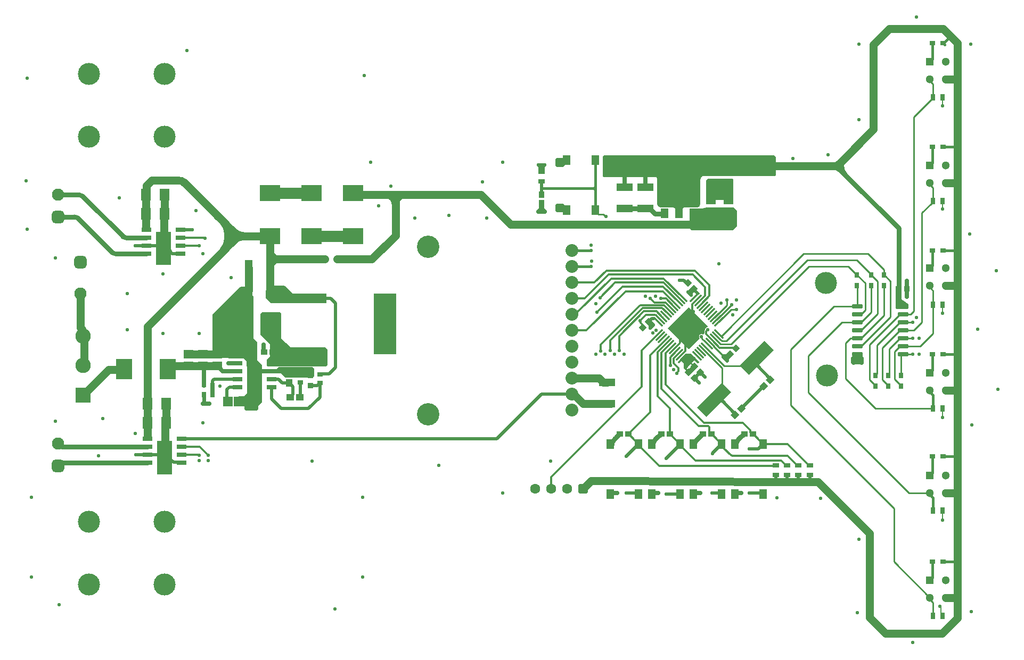
<source format=gtl>
%TF.GenerationSoftware,Altium Limited,DefaultClient, ()*%
G04 Layer_Physical_Order=1*
G04 Layer_Color=255*
%FSLAX45Y45*%
%MOMM*%
%TF.SameCoordinates,AE975085-364B-4CEB-9B6D-173D2EE7C3AA*%
%TF.FilePolarity,Positive*%
%TF.FileFunction,Copper,L1,Top,Signal*%
%TF.Part,Single*%
G01*
G75*
%TA.AperFunction,Conductor*%
%ADD10C,0.30480*%
%ADD11C,1.27000*%
%ADD12C,0.76200*%
%ADD13C,0.25400*%
%TA.AperFunction,SMDPad,CuDef*%
G04:AMPARAMS|DCode=14|XSize=0.3mm|YSize=2.1mm|CornerRadius=0mm|HoleSize=0mm|Usage=FLASHONLY|Rotation=225.000|XOffset=0mm|YOffset=0mm|HoleType=Round|Shape=Round|*
%AMOVALD14*
21,1,1.80000,0.30000,0.00000,0.00000,315.0*
1,1,0.30000,-0.63640,0.63640*
1,1,0.30000,0.63640,-0.63640*
%
%ADD14OVALD14*%

G04:AMPARAMS|DCode=15|XSize=0.3mm|YSize=2.1mm|CornerRadius=0mm|HoleSize=0mm|Usage=FLASHONLY|Rotation=135.000|XOffset=0mm|YOffset=0mm|HoleType=Round|Shape=Round|*
%AMOVALD15*
21,1,1.80000,0.30000,0.00000,0.00000,225.0*
1,1,0.30000,0.63640,0.63640*
1,1,0.30000,-0.63640,-0.63640*
%
%ADD15OVALD15*%

%ADD16R,1.52500X0.65000*%
%ADD17R,2.39000X3.20000*%
%ADD18R,1.00000X0.80000*%
G04:AMPARAMS|DCode=19|XSize=0.6mm|YSize=1.65mm|CornerRadius=0.051mm|HoleSize=0mm|Usage=FLASHONLY|Rotation=90.000|XOffset=0mm|YOffset=0mm|HoleType=Round|Shape=RoundedRectangle|*
%AMROUNDEDRECTD19*
21,1,0.60000,1.54800,0,0,90.0*
21,1,0.49800,1.65000,0,0,90.0*
1,1,0.10200,0.77400,0.24900*
1,1,0.10200,0.77400,-0.24900*
1,1,0.10200,-0.77400,-0.24900*
1,1,0.10200,-0.77400,0.24900*
%
%ADD19ROUNDEDRECTD19*%
%ADD20R,1.20000X1.50000*%
%ADD21R,3.30000X1.50000*%
%ADD22R,2.50000X3.30000*%
%ADD23R,0.90000X0.80000*%
%ADD24R,0.65872X0.81213*%
%ADD25R,0.80000X0.90000*%
%ADD26R,0.65872X0.78740*%
%ADD27R,0.81213X0.65872*%
%ADD28R,1.30000X1.55000*%
%ADD29R,1.50822X1.40574*%
%ADD30R,1.05814X0.91213*%
%ADD31R,1.25814X1.01213*%
%ADD32R,1.57807X1.55620*%
G04:AMPARAMS|DCode=33|XSize=1.0065mm|YSize=0.95822mm|CornerRadius=0mm|HoleSize=0mm|Usage=FLASHONLY|Rotation=45.000|XOffset=0mm|YOffset=0mm|HoleType=Round|Shape=Rectangle|*
%AMROTATEDRECTD33*
4,1,4,-0.01707,-0.69463,-0.69463,-0.01707,0.01707,0.69463,0.69463,0.01707,-0.01707,-0.69463,0.0*
%
%ADD33ROTATEDRECTD33*%

%ADD34R,0.91213X0.85872*%
G04:AMPARAMS|DCode=35|XSize=5.6mm|YSize=2.1mm|CornerRadius=0mm|HoleSize=0mm|Usage=FLASHONLY|Rotation=225.000|XOffset=0mm|YOffset=0mm|HoleType=Round|Shape=Rectangle|*
%AMROTATEDRECTD35*
4,1,4,1.23744,2.72236,2.72236,1.23744,-1.23744,-2.72236,-2.72236,-1.23744,1.23744,2.72236,0.0*
%
%ADD35ROTATEDRECTD35*%

%ADD36R,2.50000X1.25000*%
%ADD37R,3.20000X1.60000*%
%ADD38R,1.55443X1.90620*%
%ADD39R,0.85000X0.90000*%
%ADD40R,1.25000X2.50000*%
%ADD41R,1.01213X1.25814*%
G04:AMPARAMS|DCode=42|XSize=0.9mm|YSize=0.85mm|CornerRadius=0mm|HoleSize=0mm|Usage=FLASHONLY|Rotation=135.000|XOffset=0mm|YOffset=0mm|HoleType=Round|Shape=Rectangle|*
%AMROTATEDRECTD42*
4,1,4,0.61872,-0.01768,0.01768,-0.61872,-0.61872,0.01768,-0.01768,0.61872,0.61872,-0.01768,0.0*
%
%ADD42ROTATEDRECTD42*%

G04:AMPARAMS|DCode=43|XSize=0.9mm|YSize=0.85mm|CornerRadius=0mm|HoleSize=0mm|Usage=FLASHONLY|Rotation=45.000|XOffset=0mm|YOffset=0mm|HoleType=Round|Shape=Rectangle|*
%AMROTATEDRECTD43*
4,1,4,-0.01768,-0.61872,-0.61872,-0.01768,0.01768,0.61872,0.61872,0.01768,-0.01768,-0.61872,0.0*
%
%ADD43ROTATEDRECTD43*%

%ADD44R,0.91213X1.05814*%
%ADD45R,3.30000X2.50000*%
%ADD46R,0.80000X1.00000*%
%TA.AperFunction,Conductor*%
%ADD47C,0.63500*%
%ADD48C,0.60960*%
%ADD49C,0.50800*%
%ADD50C,0.38100*%
%ADD51C,0.20000*%
%ADD52C,0.15000*%
%ADD53C,1.77800*%
%ADD54C,0.70000*%
%ADD55C,0.66040*%
%ADD56C,1.01600*%
%ADD57C,1.52400*%
%ADD58R,3.55600X9.65200*%
%TA.AperFunction,ComponentPad*%
%ADD59C,3.55600*%
%ADD60C,2.03200*%
%ADD61C,2.45000*%
%ADD62R,2.45000X2.45000*%
%ADD63R,1.30000X1.30000*%
%ADD64C,1.30000*%
G04:AMPARAMS|DCode=65|XSize=1.95mm|YSize=1.95mm|CornerRadius=0.4875mm|HoleSize=0mm|Usage=FLASHONLY|Rotation=90.000|XOffset=0mm|YOffset=0mm|HoleType=Round|Shape=RoundedRectangle|*
%AMROUNDEDRECTD65*
21,1,1.95000,0.97500,0,0,90.0*
21,1,0.97500,1.95000,0,0,90.0*
1,1,0.97500,0.48750,0.48750*
1,1,0.97500,0.48750,-0.48750*
1,1,0.97500,-0.48750,-0.48750*
1,1,0.97500,-0.48750,0.48750*
%
%ADD65ROUNDEDRECTD65*%
%ADD66C,1.95000*%
%ADD67C,1.60000*%
G04:AMPARAMS|DCode=68|XSize=1.6mm|YSize=1.6mm|CornerRadius=0.4mm|HoleSize=0mm|Usage=FLASHONLY|Rotation=180.000|XOffset=0mm|YOffset=0mm|HoleType=Round|Shape=RoundedRectangle|*
%AMROUNDEDRECTD68*
21,1,1.60000,0.80000,0,0,180.0*
21,1,0.80000,1.60000,0,0,180.0*
1,1,0.80000,-0.40000,0.40000*
1,1,0.80000,0.40000,0.40000*
1,1,0.80000,0.40000,-0.40000*
1,1,0.80000,-0.40000,-0.40000*
%
%ADD68ROUNDEDRECTD68*%
%TA.AperFunction,ViaPad*%
%ADD69C,3.50000*%
%ADD70C,0.55880*%
G36*
X2045383Y2028111D02*
X2045000Y1825000D01*
X1806400Y1825400D01*
Y2037100D01*
X2036411D01*
X2045383Y2028111D01*
D02*
G37*
G36*
X3479800Y2969260D02*
X3416300Y2905760D01*
X3109936D01*
X3109006Y2906690D01*
Y3062310D01*
X3187910D01*
X3241040Y3115440D01*
Y3266440D01*
X3251200Y3276600D01*
X3479800D01*
Y2969260D01*
D02*
G37*
G36*
X3918768Y3529554D02*
X4280946D01*
X4305300Y3505200D01*
Y3390900D01*
X4279900Y3365500D01*
X3850640D01*
X3782060Y3434080D01*
X3472180D01*
Y3500120D01*
X3708400D01*
X3737834Y3529554D01*
X3900693D01*
X3902152Y3530158D01*
X3917309D01*
X3918768Y3529554D01*
D02*
G37*
G36*
X2032724Y5358326D02*
X2032341Y5155215D01*
X1793741Y5155615D01*
Y5367315D01*
X2023753D01*
X2032724Y5358326D01*
D02*
G37*
G36*
X3970020Y4589780D02*
X4178300D01*
X4206240Y4561840D01*
Y4543300D01*
X3620540D01*
X3541580Y4622260D01*
Y4747260D01*
X3812540D01*
X3970020Y4589780D01*
D02*
G37*
G36*
X3784564Y4388300D02*
X3784600Y4387828D01*
Y3983849D01*
X3937318Y3848100D01*
X4486400D01*
X4521200Y3813300D01*
Y3568700D01*
X4495800Y3543300D01*
X3918768D01*
X3917309Y3543904D01*
X3902152D01*
X3900693Y3543300D01*
X3568700D01*
X3556000Y3556000D01*
Y3648600D01*
X3606800Y3695700D01*
Y3898900D01*
X3454400Y4051300D01*
Y4381500D01*
X3479800Y4406900D01*
X3759200D01*
X3784564Y4388300D01*
D02*
G37*
G36*
X3294381Y4701539D02*
X3340099Y4655821D01*
X3340100Y3987800D01*
X3403600Y3924300D01*
Y3644900D01*
X3479800Y3568700D01*
Y3543300D01*
X3238500D01*
X3229500Y3552300D01*
Y3628500D01*
X3175000Y3683000D01*
X2806700D01*
X2692400Y3797300D01*
Y4368800D01*
X3025140Y4701540D01*
X3294381Y4701539D01*
D02*
G37*
G36*
X8914664Y6898750D02*
X8967677Y6898637D01*
Y6898637D01*
X11617954D01*
X11630771Y6893328D01*
X11640581Y6883518D01*
X11645891Y6870700D01*
Y6863763D01*
Y6592542D01*
X11645890Y6592542D01*
X11645891Y6587747D01*
X11642221Y6578887D01*
X11635440Y6572106D01*
X11626581Y6568437D01*
X11621786Y6568437D01*
X10501037D01*
X10491126Y6567461D01*
X10472814Y6559876D01*
X10458798Y6545860D01*
X10451213Y6527548D01*
X10450237Y6517637D01*
Y6136637D01*
Y6124006D01*
X10440569Y6100667D01*
X10422707Y6082804D01*
X10399368Y6073137D01*
X10386737D01*
X10221637Y6073136D01*
X10221636Y6073136D01*
X10214727Y6074118D01*
X10200840Y6073128D01*
X10187782Y6068298D01*
X10176594Y6060013D01*
X10168165Y6048931D01*
X10163167Y6035937D01*
X10161999Y6022064D01*
X10164752Y6008416D01*
X10167543Y6002020D01*
X10167543Y5989837D01*
X10168137Y5989243D01*
Y5904200D01*
X10050780Y5904199D01*
X10050779Y6002019D01*
X10053514Y6008399D01*
X10056106Y6021998D01*
X10054719Y6035774D01*
X10049468Y6048584D01*
X10040786Y6059368D01*
X10029393Y6067235D01*
X10016232Y6071533D01*
X10002393Y6071905D01*
X9995577Y6070597D01*
X9833017Y6070597D01*
X9833017D01*
X9825762Y6070597D01*
X9811531Y6073427D01*
X9798125Y6078979D01*
X9786060Y6087040D01*
X9775800Y6097300D01*
X9767739Y6109365D01*
X9762186Y6122771D01*
X9759356Y6137002D01*
X9759357Y6144257D01*
Y6535417D01*
X9758917Y6539877D01*
X9755504Y6548117D01*
X9749197Y6554425D01*
X9740957Y6557838D01*
X9736497Y6558277D01*
X9017623D01*
Y6558156D01*
X8916081D01*
X8912511Y6558154D01*
X8905915Y6560885D01*
X8900866Y6565934D01*
X8898135Y6572530D01*
X8898137Y6576100D01*
Y6882223D01*
X8902276Y6893209D01*
X8905302Y6896235D01*
X8911376Y6898751D01*
X8914664Y6898750D01*
D02*
G37*
G36*
X10965998Y6522310D02*
X10971450Y6516858D01*
X10974400Y6509735D01*
Y6505880D01*
Y6188624D01*
X10543540D01*
Y6502400D01*
Y6506947D01*
X10547020Y6515349D01*
X10553451Y6521780D01*
X10561853Y6525260D01*
X10958875D01*
X10965998Y6522310D01*
D02*
G37*
G36*
X11031220Y6016843D02*
Y5773419D01*
X10965180Y5707380D01*
X10312399D01*
X10280000Y5739780D01*
X10280000Y6054200D01*
X10483811D01*
X10544178Y6072931D01*
X10975131D01*
X11031220Y6016843D01*
D02*
G37*
G36*
X13642340Y4819840D02*
Y4617720D01*
X13754601Y4533400D01*
Y4468788D01*
X13740971Y4455160D01*
X13571217Y4455160D01*
X13557700Y4468680D01*
Y4820200D01*
X13642191D01*
X13642340Y4819840D01*
D02*
G37*
G36*
X10567671Y4180840D02*
X10562457Y4168140D01*
X10558316D01*
X10543379Y4161953D01*
X10531947Y4150521D01*
X10525760Y4135584D01*
Y4127147D01*
X10520856Y4122244D01*
X10514681Y4113002D01*
X10512512Y4102100D01*
X10512513Y4102099D01*
Y4070503D01*
X10500492Y4058023D01*
X10490361Y4050193D01*
X10475424Y4056380D01*
X10459256D01*
X10444319Y4050193D01*
X10432887Y4038761D01*
X10426700Y4023824D01*
Y4007656D01*
X10432887Y3992719D01*
X10435284Y3990322D01*
X10267951Y3816593D01*
X10255250Y3816594D01*
X9931400Y4152900D01*
X10261600Y4483100D01*
X10567671Y4180840D01*
D02*
G37*
G36*
X10884730Y3721825D02*
X10845905Y3683000D01*
X10808047Y3720858D01*
X10812507Y3733558D01*
X10879869D01*
X10884730Y3721825D01*
D02*
G37*
G36*
X10415671Y3633673D02*
Y3603875D01*
X10400038Y3588242D01*
X10352026Y3636255D01*
X10311226Y3595455D01*
X10359238Y3547442D01*
X10341277Y3529482D01*
X10293265Y3577494D01*
X10252465Y3536694D01*
X10253735Y3535424D01*
X10210806Y3492495D01*
X10198100Y3505201D01*
Y3594100D01*
X10143804Y3648396D01*
Y3679505D01*
X10149886Y3685586D01*
X10150929Y3686283D01*
X10151613Y3687307D01*
X10209624Y3745318D01*
X10304026Y3745318D01*
X10415671Y3633673D01*
D02*
G37*
D10*
X9502065Y4513580D02*
G03*
X9483777Y4507484I0J-30480D01*
G01*
X9845201Y4324012D02*
G03*
X9847942Y4321610I21423J21681D01*
G01*
X9483777Y4507484D02*
G03*
X9480512Y4504652I18288J-24385D01*
G01*
X10933485Y2129735D02*
G03*
X10936657Y2126996I21460J21646D01*
G01*
D02*
G03*
X10954945Y2120900I18288J24384D01*
G01*
X10116131Y3904245D02*
G03*
X10125000Y3925739I-21611J21494D01*
G01*
X9809846Y4288656D02*
G03*
X9812586Y4286255I21423J21681D01*
G01*
X9746185Y4352316D02*
G03*
X9724697Y4361180I-21488J-21616D01*
G01*
X10996760Y3839864D02*
X11011142Y3825482D01*
X10753953Y3839864D02*
X10996760D01*
X10639902Y3953915D02*
X10753953Y3839864D01*
X10668186Y3855259D02*
X10669785D01*
X10803812Y3699588D02*
Y3721232D01*
Y3699588D02*
X10807700Y3695700D01*
X10669785Y3855259D02*
X10803812Y3721232D01*
X9715500Y4556760D02*
X9895296D01*
X9989024Y4463031D01*
X9862027Y4448947D02*
X9918653Y4392321D01*
X9652000Y4620260D02*
X9715500Y4556760D01*
X9867765Y4513580D02*
X9953669Y4427676D01*
X9011920Y3951612D02*
X9530708Y4470400D01*
X9840235D02*
X9861687Y4448947D01*
X9530708Y4470400D02*
X9840235D01*
X9502065Y4513580D02*
X9867765D01*
X9861687Y4448947D02*
X9862027D01*
X9822180Y4620260D02*
X9902846D01*
X10024719Y4498387D01*
X10541000Y4053156D02*
X10639902Y3954254D01*
X10541000Y4102100D02*
X10566400Y4127500D01*
X10541000Y4053156D02*
Y4102100D01*
X10639902Y3953915D02*
Y3954254D01*
X10345662Y4755855D02*
Y4780038D01*
Y4749847D02*
Y4755855D01*
X10358362Y4762547D02*
X10418910Y4701999D01*
X10357059Y4639808D02*
X10406210Y4688959D01*
X10345662Y4749847D02*
X10406210Y4689299D01*
Y4688959D02*
Y4689299D01*
X10357059Y4639808D02*
Y4639808D01*
X10321190Y4532889D02*
X10392415Y4604113D01*
X10321190Y4433621D02*
Y4532889D01*
X10392415Y4604113D02*
Y4604453D01*
X10321190Y4433621D02*
X10340214Y4414596D01*
Y4409314D02*
Y4414596D01*
X2184400Y5461000D02*
X2479040D01*
X10591800Y4662417D02*
Y4838700D01*
X10463125Y4533742D02*
X10591800Y4662417D01*
X10363200Y5067300D02*
X10591800Y4838700D01*
X8763000Y4876800D02*
X8953500Y5067300D01*
X10363200D01*
X8407400Y4876800D02*
X8763000D01*
X9300599Y2463800D02*
X9646920Y2810121D01*
Y3717537D01*
X9883298Y3953915D01*
X9300599Y2463800D02*
X9307900D01*
X9406940Y2364760D01*
X9412240D02*
X9462000Y2315000D01*
X9406940Y2364760D02*
X9412240D01*
X9462000Y2302500D02*
Y2315000D01*
Y2290000D02*
Y2302500D01*
Y2290000D02*
X9797400Y1954600D01*
X11648440D01*
X9969500Y3686224D02*
X10060075Y3776798D01*
Y3777138D01*
X9969500Y3556000D02*
Y3686224D01*
X9552940Y4419600D02*
X9749953D01*
X9847942Y4321610D01*
X9159240Y4025900D02*
X9552940Y4419600D01*
X9159240Y3797300D02*
Y4025900D01*
X9847942Y4321610D02*
X9847943D01*
X9847942D02*
X9847942D01*
X10072640Y2364760D02*
X10122400Y2315000D01*
X10067340Y2364760D02*
X10072640D01*
X10122400Y2302500D02*
Y2315000D01*
X9766300Y3766206D02*
X9918653Y3918559D01*
X11731220Y2042160D02*
X11818780Y1954600D01*
X10370240Y2042160D02*
X11731220D01*
X10122400Y2290000D02*
X10370240Y2042160D01*
X10122400Y2290000D02*
Y2291580D01*
X9766300Y3068320D02*
X9964420Y2870200D01*
Y2467680D02*
Y2870200D01*
X11818780Y1954600D02*
X11828780D01*
X9964420Y2467680D02*
X10067340Y2364760D01*
X9766300Y3068320D02*
Y3766206D01*
X9512300Y3215640D02*
Y3795049D01*
X9777232Y4059981D01*
X8077200Y1590040D02*
Y1780540D01*
X9512300Y3215640D01*
X9989024Y4463031D02*
X9989364D01*
X2184400Y5588000D02*
X2186940Y5585460D01*
X2570278Y5577840D02*
X2575560D01*
X2186940Y5585460D02*
X2562658D01*
X2570278Y5577840D01*
X9851228Y4813300D02*
X10095430Y4569098D01*
X9207500Y4813300D02*
X9851228D01*
X8801100Y4406900D02*
X9207500Y4813300D01*
X11443200Y2302500D02*
Y2315000D01*
X11388140Y2364760D02*
X11393440D01*
X11281799Y2463800D02*
X11289100D01*
X11393440Y2364760D02*
X11443200Y2315000D01*
X11289100Y2463800D02*
X11388140Y2364760D01*
X11244132Y2494167D02*
Y2522668D01*
Y2494167D02*
X11274499Y2463800D01*
X11281799D01*
X11125200Y2641600D02*
X11244132Y2522668D01*
X10502900Y2641600D02*
X11125200D01*
X9893300Y3251200D02*
X10502900Y2641600D01*
X9893300Y3751784D02*
X9989364Y3847848D01*
Y3847849D01*
X9893300Y3251200D02*
Y3751784D01*
X11443200Y1507500D02*
X11486460Y1464240D01*
X11443200Y2302500D02*
X11831560D01*
X12179460Y1954600D01*
X12189460D01*
X8407400Y4114800D02*
X8636000D01*
X9258300Y4737100D02*
X9856717D01*
X10060075Y4533742D01*
X8636000Y4114800D02*
X9258300Y4737100D01*
X10427770Y4569098D02*
Y4569437D01*
X10523534Y4665201D02*
Y4805366D01*
X10427770Y4569437D02*
X10523534Y4665201D01*
X8407400Y4622800D02*
X8610600D01*
X10325100Y5003800D02*
X10523534Y4805366D01*
X8610600Y4622800D02*
X8991600Y5003800D01*
X10325100D01*
X10357059Y3671072D02*
Y3671412D01*
X9777232Y4250899D02*
X9777232D01*
X10198100Y3513972D02*
X10258818Y3453253D01*
Y3444482D02*
Y3445752D01*
Y3445752D02*
Y3453253D01*
X10143804Y3648735D02*
X10166141Y3671072D01*
X10143804Y3648396D02*
X10198100Y3594100D01*
X10166141Y3671072D02*
Y3671072D01*
X10143804Y3648396D02*
Y3648735D01*
X10198100Y3513972D02*
Y3594100D01*
X9953669Y4427676D02*
X9954009D01*
X8859520Y3789680D02*
Y3883660D01*
X9480512Y4504652D01*
X2479040Y2131060D02*
X2481580Y2128520D01*
X2197100Y2133600D02*
X2199640Y2131060D01*
X2479040D01*
X9865649Y4940300D02*
X10166141Y4639808D01*
X8502429Y4417091D02*
X8506491D01*
X8407400Y4368800D02*
X8454138D01*
X9029700Y4940300D02*
X9865649D01*
X8506491Y4417091D02*
X9029700Y4940300D01*
X8454138Y4368800D02*
X8502429Y4417091D01*
X10727740Y2364760D02*
X10733040D01*
X10782800Y2315000D01*
X10628700Y2463800D02*
X10727740Y2364760D01*
X9829800Y3758995D02*
X9954009Y3883204D01*
X9829800Y3185160D02*
Y3758995D01*
X10782800Y2302500D02*
Y2315000D01*
X10822980Y2240240D02*
X10933485Y2129735D01*
X10782800Y2302500D02*
X10822980Y2240240D01*
X10590233Y2494167D02*
X10620600Y2463800D01*
X10572378Y2590800D02*
X10590233Y2572945D01*
Y2494167D02*
Y2572945D01*
X9829800Y3185160D02*
X10424160Y2590800D01*
X10572378D01*
X10620600Y2463800D02*
X10621399D01*
X11832820Y2120900D02*
X11999120Y1954600D01*
X10954945Y2120900D02*
X11832820D01*
X11999120Y1954600D02*
X12009120D01*
X10621399Y2463800D02*
X10628700D01*
X9858438Y4876800D02*
X10130785Y4604453D01*
X9093200Y4876800D02*
X9858438D01*
X8851900Y4635500D02*
X9093200Y4876800D01*
X10024206Y3590194D02*
X10096500Y3517900D01*
X10024206Y3590194D02*
Y3670219D01*
X10095430Y3741443D02*
Y3741783D01*
X10024206Y3670219D02*
X10095430Y3741443D01*
X10071100Y3437248D02*
X10096500Y3462648D01*
Y3517900D01*
X10071100Y3429000D02*
Y3437248D01*
X9011920Y3794760D02*
Y3951612D01*
X2484120Y2260600D02*
X2621280Y2123440D01*
X2197100Y2260600D02*
X2484120D01*
X10109200Y4076700D02*
X10125000Y4060900D01*
Y3925739D02*
Y4060900D01*
X10125481Y4061381D02*
X10186903Y3999959D01*
X10088019Y3876133D02*
X10116131Y3904245D01*
X10186903Y3999959D02*
X10187865D01*
X10205720Y3982104D01*
X9583420Y4361180D02*
X9724697D01*
X9812586Y4286255D02*
X9812587D01*
X10119360Y4912360D02*
X10121494Y4910226D01*
X10125192Y4906528D01*
X9491980Y4269740D02*
X9583420Y4361180D01*
X9746185Y4352316D02*
X9809846Y4288656D01*
X9495715Y4230413D02*
X9529838Y4196290D01*
Y4157738D02*
Y4196290D01*
X9491980Y4269740D02*
X9495715Y4266005D01*
Y4230413D02*
Y4266005D01*
X10205720Y3781701D02*
Y3982104D01*
X10130785Y3706767D02*
X10205720Y3781701D01*
X10130785Y3706427D02*
Y3706767D01*
X10350742Y3352558D02*
Y3353828D01*
X10442182Y3445268D02*
Y3446538D01*
X10350742Y3352558D02*
X10353282D01*
X10426700Y3279140D02*
X10429240D01*
X10430510D01*
X10519410Y3368040D02*
X10520680D01*
D11*
X3017225Y5688234D02*
G03*
X3196830Y5613840I179605J179605D01*
G01*
X2240123Y6465336D02*
G03*
X2150454Y6502400I-89669J-89936D01*
G01*
X3196830Y5613840D02*
G03*
X3017225Y5539445I0J-254000D01*
G01*
X2864495Y5386715D02*
G03*
X2938890Y5566321I-179605J179605D01*
G01*
Y5661359D02*
G03*
X2864495Y5840964I-254000J0D01*
G01*
X5739700Y6273800D02*
G03*
X5600000Y6134100I0J-139700D01*
G01*
D02*
G03*
X5460300Y6273800I-139700J0D01*
G01*
X2864495Y5840964D02*
X2940230Y5765230D01*
X3604080Y5250000D02*
X3679080D01*
X3605510Y5176430D02*
X3679080Y5250000D01*
X2938890Y5566321D02*
Y5661359D01*
X3604080Y5325000D02*
X3679080Y5250000D01*
X1655812Y4178032D02*
X2864495Y5386715D01*
X2938890Y5461110D01*
X3017225Y5539445D01*
X2938890Y5661359D02*
Y5763890D01*
X2754386Y5951073D02*
X2864495Y5840964D01*
X2940230Y5765230D02*
X3017225Y5688234D01*
X1727200Y6502400D02*
X2150454D01*
X3604080Y5325000D02*
Y5613840D01*
X3196830D02*
X3604080D01*
X3017225Y5688234D02*
X3091620Y5613840D01*
X3017225Y5539445D02*
X3091620Y5613840D01*
X3196830D01*
X3604080Y5176430D02*
X3605510D01*
X2754386Y5951073D02*
X2864495Y5840964D01*
X5753100Y6273800D02*
X6959600D01*
X5739700D02*
X5753100D01*
X5600000Y6134100D02*
Y6198800D01*
Y5625000D02*
Y6134100D01*
X4955900Y6273800D02*
X5460300D01*
X5739700D01*
X12505890Y6728460D02*
X12611100D01*
X11557000D02*
X12484100D01*
X12611100D02*
X12669520Y6786880D01*
X2938890Y5461110D02*
Y5566321D01*
X2754386Y5951073D02*
X2777930Y5927529D01*
X14444980Y8780780D02*
X14536420Y8689340D01*
Y8125000D02*
Y8689340D01*
Y7033260D02*
Y8125000D01*
Y6475000D02*
Y7033260D01*
X14526994Y8115574D02*
X14536420Y8125000D01*
X14307820Y8917940D02*
X14444980Y8780780D01*
X13449300Y8917940D02*
X14307820D01*
X14351575Y8115574D02*
X14526994D01*
X14350999Y8115000D02*
X14351575Y8115574D01*
X14525993Y6464574D02*
X14536420Y6475000D01*
Y5626100D02*
Y6475000D01*
Y4825000D02*
Y5384800D01*
X14535994Y4825426D02*
X14536420Y4825000D01*
Y5384800D02*
Y5612220D01*
X14351575Y6464574D02*
X14525993D01*
X14350999Y6464000D02*
X14351575Y6464574D01*
Y4825426D02*
X14535994D01*
X14350999Y4826000D02*
X14351575Y4825426D01*
X13195300Y8663940D02*
X13449300Y8917940D01*
X13195300Y7312660D02*
Y8663940D01*
X12669520Y6786880D02*
X13195300Y7312660D01*
X14536420Y3175000D02*
Y3733800D01*
X14523994Y3162574D02*
X14536420Y3175000D01*
Y3733800D02*
Y4825000D01*
X14510994Y1524574D02*
X14536420Y1550000D01*
Y426720D02*
Y1550000D01*
Y2098040D02*
Y3175000D01*
Y1550000D02*
Y2098040D01*
X14351575Y3162574D02*
X14523994D01*
X14350999Y3162000D02*
X14351575Y3162574D01*
Y1524574D02*
X14510994D01*
X14536420Y-125000D02*
Y426720D01*
X14521994Y-139426D02*
X14536420Y-125000D01*
Y-464820D02*
Y-125000D01*
X14351575Y-139426D02*
X14521994D01*
X14350999Y-140000D02*
X14351575Y-139426D01*
X14350999Y1524000D02*
X14351575Y1524574D01*
X14290041Y-711200D02*
X14536420Y-464820D01*
X13393420Y-711200D02*
X14290041D01*
X12008619Y1701600D02*
X12187796Y1700729D01*
X12320071D01*
X13139420Y-457200D02*
Y881380D01*
Y-457200D02*
X13393420Y-711200D01*
X12320071Y1700729D02*
X13139420Y881380D01*
X11647950Y1703353D02*
X11651411Y1703337D01*
X11647948Y1703353D02*
X11647950D01*
X11651413Y1703337D02*
X11828284Y1702477D01*
X12008619Y1701600D01*
X11651411Y1703337D02*
X11651413D01*
X8961092Y1716413D02*
X11647948Y1703353D01*
X8428019Y3098800D02*
X8582779Y2944040D01*
X8407400Y3098800D02*
X8428019D01*
X8966200Y2944040D02*
X9026700D01*
X8582779D02*
X8966200D01*
X8585200Y1590040D02*
X8711573Y1716413D01*
X8961092D01*
X2768600Y3552276D02*
X2771993Y3548882D01*
X2240123Y6465336D02*
X2754386Y5951073D01*
X2938890Y5763890D02*
X2940230Y5765230D01*
X1655812Y2946400D02*
Y4178032D01*
X4925860Y6303840D02*
X4946620Y6324600D01*
X6959600Y6273800D02*
X7429500Y5803900D01*
X10373360D01*
X3604080Y5176430D02*
Y5250000D01*
Y5102860D02*
Y5176430D01*
Y5250000D02*
Y5325000D01*
X3679080Y5250000D02*
X4475000D01*
X4925860Y6303840D02*
X4955900Y6273800D01*
X5225000Y5250000D02*
X5600000Y5625000D01*
X4675000Y5250000D02*
X5225000D01*
X1036637Y3487637D02*
X1285680D01*
X1925900Y2158420D02*
Y2197100D01*
X1938444Y2209644D02*
Y2629056D01*
X2965536Y3737524D02*
X3247476D01*
X2967700Y4290600D02*
Y4554760D01*
X1913200Y5484000D02*
Y5524500D01*
X9012000Y2302500D02*
Y2315000D01*
X1919394Y5530694D02*
Y5962806D01*
X2967700Y4554760D02*
X3160200Y4747260D01*
X2944300Y4191000D02*
X3111500D01*
X2906200Y4229100D02*
X2944300Y4191000D01*
X2906200Y4229100D02*
X2967700Y4290600D01*
X3160200Y4747260D02*
X3264080D01*
Y5102860D01*
X3247476Y3737524D02*
X3276600Y3708400D01*
X1629771Y5746406D02*
X1630412Y5747046D01*
X1925900Y2197100D02*
X1938444Y2209644D01*
Y2629056D02*
X1950988Y2641600D01*
Y2946400D01*
X2944211Y3744311D02*
X2951480Y3751580D01*
X2775387Y3744311D02*
X2944211D01*
X2768600Y3737524D02*
X2775387Y3744311D01*
X2951480Y3751580D02*
X2965536Y3737524D01*
X635000Y3086000D02*
X1036637Y3487637D01*
X589998Y4154441D02*
Y4703000D01*
X612422Y4048578D02*
X646383Y4014617D01*
Y3567383D02*
Y4014617D01*
X589998Y4154441D02*
X612422Y4132017D01*
X635000Y3556000D02*
X646383Y3567383D01*
X1644633Y6419833D02*
X1727200Y6502400D01*
X1630412Y6273800D02*
X1644633Y6288022D01*
Y6419833D01*
X1630412Y5969000D02*
Y6273800D01*
X1919394Y5962806D02*
X1925588Y5969000D01*
X1913200Y5524500D02*
X1919394Y5530694D01*
X1630412Y5747046D02*
Y5969000D01*
X2540000Y3737524D02*
X2768600D01*
X2311400D02*
X2540000D01*
X1655812Y2423089D02*
Y2641600D01*
X1975680Y3500120D02*
X2027836Y3552276D01*
X2306276D01*
X2311400D02*
X2540000D01*
X1655812Y2641600D02*
Y2946400D01*
X3604080Y4747260D02*
Y5102860D01*
X8836940Y3352800D02*
X8905700Y3284040D01*
X8407400Y3352800D02*
X8836940D01*
X8905700Y3284040D02*
X8966200D01*
X2540000Y3552276D02*
X2768600D01*
X1925588Y5969000D02*
Y6273800D01*
D12*
X12685495Y6654065D02*
G03*
X12505890Y6728460I-179605J-179605D01*
G01*
X12692380Y6745963D02*
G03*
X12762230Y6577330I238483J0D01*
G01*
X618157Y6255760D02*
G03*
X572437Y6271000I-45720J-60960D01*
G01*
X1264743Y5610257D02*
G03*
X1272843Y5603240I53821J53944D01*
G01*
X626254Y6248746D02*
G03*
X618157Y6255760I-53817J-53947D01*
G01*
X1272843Y5603240D02*
G03*
X1318563Y5588000I45720J60960D01*
G01*
X543157Y5905760D02*
G03*
X497437Y5921000I-45720J-60960D01*
G01*
X1093743Y5356258D02*
G03*
X1101843Y5349240I53821J53943D01*
G01*
X551254Y5898747D02*
G03*
X543157Y5905760I-53817J-53947D01*
G01*
X1101843Y5349240D02*
G03*
X1147563Y5334000I45720J60960D01*
G01*
X4865100Y6324600D02*
X4946620D01*
X9723100Y5969000D02*
X9869800D01*
X9639100Y6053000D02*
X9723100Y5969000D01*
X9411500Y6053000D02*
X9576600D01*
X13600200Y4531400D02*
X13635800Y4495800D01*
X13600200Y4531400D02*
Y4775200D01*
X13635800Y4495800D02*
X13672099D01*
X12692380Y6647180D02*
Y6745963D01*
Y6647180D02*
X13600200Y5739360D01*
X12484100Y6728460D02*
X12505890D01*
X12611100D02*
X12685495Y6654065D01*
X12692380Y6745963D02*
Y6764020D01*
X12685495Y6654065D02*
X12692380Y6647180D01*
X12669520Y6786880D02*
X12692380Y6764020D01*
X13600200Y4775200D02*
Y5739360D01*
X10350258Y3538462D02*
X10352026Y3540230D01*
X10350258Y3537192D02*
Y3538462D01*
X10258818Y3445752D02*
X10350258Y3537192D01*
X10993200Y2302500D02*
X11020100Y2329400D01*
Y2344800D01*
X11068493Y2393193D01*
X9012000Y2315000D02*
X9160800Y2463800D01*
X9157900D02*
X9160800D01*
X10471193Y2456293D02*
X10478494D01*
X10486001Y2463800D01*
X10359700Y2344800D02*
X10471193Y2456293D01*
X10359700Y2329400D02*
Y2344800D01*
X9699300Y2329400D02*
Y2344800D01*
X9747693Y2393193D01*
X1318563Y5588000D02*
X1516900D01*
X1642000D01*
X233200Y6271000D02*
X572437D01*
X626254Y6248746D02*
X1264743Y5610257D01*
X1147563Y5334000D02*
X1642000D01*
X233200Y5921000D02*
X497437D01*
X551254Y5898746D02*
X1093743Y5356258D01*
X11068493Y2393193D02*
X11139100Y2463800D01*
X9747693Y2393193D02*
X9818300Y2463800D01*
X11139100D02*
X11146401D01*
X10332800Y2302500D02*
X10359700Y2329400D01*
X9818300Y2463800D02*
X9825601D01*
X9672400Y2302500D02*
X9699300Y2329400D01*
X9246400Y6053000D02*
X9411500D01*
X281200Y2006600D02*
X1654700D01*
X233200Y1958600D02*
X281200Y2006600D01*
X291180Y2260600D02*
X1654700D01*
D13*
X14066466Y4805986D02*
G03*
X14084386Y4813385I0J25400D01*
G01*
X12148820Y5232400D02*
X12935800D01*
X10791432Y3944620D02*
X10861040D01*
X12148820Y5232400D01*
X10782677Y4026277D02*
X12090400Y5334000D01*
X10779672Y4026277D02*
X10782677D01*
X10745968Y4059981D02*
X10779672Y4026277D01*
X12090400Y5334000D02*
X13112340D01*
X10938494Y3896360D02*
X12172934Y5130800D01*
X10769413Y3896360D02*
X10938494D01*
X10676502Y3989270D02*
X10769413Y3896360D01*
X10711426Y4024625D02*
X10791432Y3944620D01*
X10710613Y4024625D02*
X10711426D01*
X12947099Y3860800D02*
X12999600D01*
X13393700Y4967700D02*
X13398700D01*
X13366400Y4995000D02*
Y5000000D01*
Y4995000D02*
X13393700Y4967700D01*
X12999600Y3860800D02*
X13467999Y4329200D01*
Y4898400D01*
X13398700Y4967700D02*
X13467999Y4898400D01*
X13366341Y4995060D02*
X13366400Y4995000D01*
X13366341Y4995060D02*
Y5080000D01*
X13112340Y5334000D02*
X13366341Y5080000D01*
X13451770Y3416970D02*
Y3819970D01*
X13434599Y3399800D02*
X13451770Y3416970D01*
Y3819970D02*
X13619600Y3987800D01*
X13821333Y3987652D02*
X13821481Y3987504D01*
X13672099Y3987800D02*
X13672247Y3987652D01*
X13821333D01*
X10711533Y4286255D02*
X10946479Y4521200D01*
X10947400D01*
X10710613Y4286255D02*
X10711533D01*
X13651900Y3733800D02*
X13672099D01*
X13634599Y3716500D02*
X13651900Y3733800D01*
X13673798Y3733652D02*
X13821333D01*
X10745968Y4250899D02*
X10940069Y4445000D01*
X11023600D01*
X13634599Y3388847D02*
Y3399800D01*
Y3716500D01*
X12934599Y4999800D02*
X13067328Y4867072D01*
Y4436528D02*
Y4867072D01*
X12947099Y4368800D02*
X12999600D01*
X13067328Y4436528D01*
X10675258Y3989270D02*
X10676502D01*
X12902299Y5032100D02*
X12907300D01*
X12934599Y4999800D02*
Y5004800D01*
X12907300Y5032100D02*
X12934599Y5004800D01*
X12803600Y5130800D02*
X12902299Y5032100D01*
X12172934Y5130800D02*
X12803600D01*
X10467340Y4015740D02*
X10474144Y4008936D01*
Y3979496D02*
X10569191Y3884449D01*
Y3883204D02*
Y3884449D01*
X10474144Y3979496D02*
Y4008936D01*
X8947300Y5922300D02*
X8950000Y5925000D01*
X8827300Y5962700D02*
X8905643D01*
X8775000Y6015000D02*
X8827300Y5962700D01*
X8943343Y5925000D02*
X8950000D01*
X8905643Y5962700D02*
X8943343Y5925000D01*
X10662324Y3124596D02*
X10793688Y3255960D01*
Y3517286D01*
X10498481Y3812493D02*
X10793688Y3517286D01*
X10662324Y2991524D02*
Y3124596D01*
X13619600Y4241800D02*
X13672099D01*
X13234599Y3399800D02*
X13259599Y3424800D01*
Y3881800D01*
X13619600Y4241800D01*
X13821333Y4241652D02*
X13821481Y4241504D01*
X13672099Y4241800D02*
X13672247Y4241652D01*
X13821333D01*
X10675257Y4321610D02*
X10871200Y4517553D01*
Y4597400D01*
X12947099Y4114800D02*
X12999600D01*
X13163200Y4995000D02*
X13264799Y4893400D01*
X12999600Y4114800D02*
X13264799Y4380000D01*
Y4893400D01*
X13163200Y5000000D02*
Y5005000D01*
X12935800Y5232400D02*
X13163200Y5005000D01*
X11086108Y3550920D02*
X11198464Y3663276D01*
X10533836Y3847849D02*
X10830765Y3550920D01*
X11086108D01*
X11198464Y3663276D02*
X11334076D01*
X13792200Y4368800D02*
X13842999Y4419600D01*
Y7507200D02*
X14149001Y7813200D01*
X13842999Y4419600D02*
Y7507200D01*
X12573000Y4495800D02*
X12947099D01*
X11887200Y3810000D02*
X12573000Y4495800D01*
X11887200Y2921000D02*
Y3810000D01*
Y2921000D02*
X13528194Y1280007D01*
X12166600Y3124200D02*
X13766800Y1524000D01*
X12166600Y3124200D02*
Y3708400D01*
X12700000Y4241800D01*
X13528194Y428807D02*
Y1280007D01*
Y428807D02*
X14097000Y-140000D01*
X12757232Y3912704D02*
X12832327Y3987800D01*
X12999600D01*
X12700000Y4241800D02*
X12947099D01*
X13766800Y1524000D02*
X14097000D01*
X12757232Y3346368D02*
Y3912704D01*
Y3346368D02*
X13233400Y2870200D01*
X14097000Y-168305D02*
Y-140000D01*
X13233400Y2870200D02*
X14149001D01*
X13619600Y4368800D02*
X13792200D01*
X14149001Y7813200D02*
Y7823200D01*
X14121700Y6134900D02*
X14149001Y6162200D01*
X13970000Y5983200D02*
X14121700Y6134900D01*
X13672099Y4114800D02*
X13842999D01*
X13970000Y4241800D01*
Y5983200D01*
X14149001Y6162200D02*
Y6172200D01*
Y6383695D01*
X14121700Y6134900D02*
X14149001Y6172200D01*
X13672099Y3860800D02*
X13944600D01*
X14149001Y4065200D01*
Y4521200D01*
X13137801Y3887000D02*
X13619600Y4368800D01*
X13137801Y3331600D02*
X13234599Y3234800D01*
X13137801Y3331600D02*
Y3887000D01*
X13341000Y3328400D02*
X13434599Y3234800D01*
X13341000Y3836200D02*
X13619600Y4114800D01*
X13341000Y3328400D02*
Y3836200D01*
X13366400Y4354600D02*
Y4830000D01*
X12999600Y3987800D02*
X13366400Y4354600D01*
X12934599Y4829800D02*
X12947099Y4817300D01*
Y4495800D02*
Y4817300D01*
X12999600Y4241800D02*
X13163200Y4405400D01*
Y4830000D01*
X12947099Y4241800D02*
X12999600D01*
X13534599Y3334800D02*
X13634599Y3234800D01*
Y3229800D02*
Y3234800D01*
X14084386Y4813385D02*
X14097000Y4826000D01*
X14084386Y4813385D02*
X14084386Y4813385D01*
X13234599Y3229800D02*
Y3234800D01*
X13619600Y4114800D02*
X13672099D01*
X13434599Y3229800D02*
Y3234800D01*
X13534599Y3334800D02*
Y3775800D01*
X13619600Y3860800D01*
X13672099D01*
X14149001Y7823200D02*
Y8034695D01*
X14097000Y6435695D02*
Y6464000D01*
Y6435695D02*
X14149001Y6383695D01*
X14097000Y-168305D02*
X14149001Y-220305D01*
Y-431800D02*
Y-220305D01*
X14097000Y4797695D02*
X14149001Y4745695D01*
Y4521200D02*
Y4745695D01*
X14097000Y4797695D02*
Y4826000D01*
Y8086695D02*
X14149001Y8034695D01*
X14097000Y8086695D02*
Y8115000D01*
D14*
X10639902Y3953915D02*
D03*
X9777232Y4250899D02*
D03*
X10357059Y3671072D02*
D03*
X9812587Y4286255D02*
D03*
X9847943Y4321610D02*
D03*
X9883298Y4356965D02*
D03*
X9918653Y4392321D02*
D03*
X9954009Y4427676D02*
D03*
X9989364Y4463031D02*
D03*
X10024719Y4498387D02*
D03*
X10060075Y4533742D02*
D03*
X10095430Y4569098D02*
D03*
X10130785Y4604453D02*
D03*
X10166141Y4639808D02*
D03*
X10745968Y4059981D02*
D03*
X10710613Y4024625D02*
D03*
X10675258Y3989270D02*
D03*
X10604547Y3918559D02*
D03*
X10569191Y3883204D02*
D03*
X10463125Y3777138D02*
D03*
X10427770Y3741783D02*
D03*
X10392415Y3706427D02*
D03*
X10533836Y3847849D02*
D03*
X10498481Y3812493D02*
D03*
D15*
X10357059Y4639808D02*
D03*
X10166141Y3671072D02*
D03*
X10130785Y3706427D02*
D03*
X10095430Y3741783D02*
D03*
X10060075Y3777138D02*
D03*
X10024719Y3812493D02*
D03*
X9989364Y3847849D02*
D03*
X9954009Y3883204D02*
D03*
X9918653Y3918559D02*
D03*
X9847942Y3989270D02*
D03*
X9812587Y4024625D02*
D03*
X9777232Y4059981D02*
D03*
X10392415Y4604453D02*
D03*
X10427770Y4569098D02*
D03*
X10463125Y4533742D02*
D03*
X10498481Y4498387D02*
D03*
X10533836Y4463031D02*
D03*
X10569191Y4427676D02*
D03*
X10604547Y4392321D02*
D03*
X10639902Y4356965D02*
D03*
X10675257Y4321610D02*
D03*
X10710613Y4286255D02*
D03*
X10745968Y4250899D02*
D03*
X9883298Y3953915D02*
D03*
D16*
X3089800Y3594100D02*
D03*
Y3467100D02*
D03*
Y3340100D02*
D03*
Y3213100D02*
D03*
X3632200D02*
D03*
Y3340100D02*
D03*
Y3467100D02*
D03*
Y3594100D02*
D03*
X2184400Y5334000D02*
D03*
X1642000Y5715000D02*
D03*
Y5588000D02*
D03*
Y5461000D02*
D03*
Y5334000D02*
D03*
X2184400Y5715000D02*
D03*
Y5588000D02*
D03*
Y5461000D02*
D03*
X1654700Y2006600D02*
D03*
Y2133600D02*
D03*
Y2260600D02*
D03*
Y2387600D02*
D03*
X2197100Y2006600D02*
D03*
Y2260600D02*
D03*
Y2133600D02*
D03*
Y2387600D02*
D03*
D17*
X3361000Y3403600D02*
D03*
X1913200Y5524500D02*
D03*
X1925900Y2197100D02*
D03*
D18*
X12187904Y1812989D02*
D03*
X12187904Y1962989D02*
D03*
X7925000Y6634993D02*
D03*
Y6484993D02*
D03*
X11651457Y1812990D02*
D03*
Y1962989D02*
D03*
X11827479Y1812990D02*
D03*
Y1962989D02*
D03*
X12007492D02*
D03*
Y1812990D02*
D03*
D19*
X12947099Y4495800D02*
D03*
Y4241800D02*
D03*
Y3987800D02*
D03*
Y3733800D02*
D03*
X13672099Y4368800D02*
D03*
Y4114800D02*
D03*
Y3860800D02*
D03*
X12947099Y4114800D02*
D03*
X13672099Y4241800D02*
D03*
Y4495800D02*
D03*
X12947099Y4368800D02*
D03*
X13672099Y3733800D02*
D03*
Y3987800D02*
D03*
X12947099Y3860800D02*
D03*
D20*
X9880000Y5979200D02*
D03*
X10340000D02*
D03*
X10110000Y5979200D02*
D03*
D21*
Y6619200D02*
D03*
D22*
X3596200Y4229100D02*
D03*
X2906200D02*
D03*
X1285680Y3500120D02*
D03*
X1975680D02*
D03*
D23*
X14139000Y8686800D02*
D03*
X14309000D02*
D03*
X14139000Y431800D02*
D03*
X14309000D02*
D03*
X14139000Y2108200D02*
D03*
X14309000D02*
D03*
X14139000Y3733800D02*
D03*
X14309000D02*
D03*
X14139000Y5384800D02*
D03*
X14309000D02*
D03*
X14139000Y7035800D02*
D03*
X14309000D02*
D03*
X4490000Y5250000D02*
D03*
X4660000D02*
D03*
D24*
X2688950Y3092060D02*
D03*
X2553610D02*
D03*
D25*
X13234599Y3229800D02*
D03*
Y3399800D02*
D03*
X12934599Y4829800D02*
D03*
Y4999800D02*
D03*
X13163200Y4830000D02*
D03*
Y5000000D02*
D03*
X13366400Y4830000D02*
D03*
Y5000000D02*
D03*
X13634599Y3229800D02*
D03*
Y3399800D02*
D03*
X13434599Y3229800D02*
D03*
Y3399800D02*
D03*
D26*
X2688950Y3243580D02*
D03*
X2553610D02*
D03*
D27*
X4090791Y3285648D02*
D03*
Y3420989D02*
D03*
X4398202Y3416662D02*
D03*
Y3281321D02*
D03*
D28*
X10332800Y1507500D02*
D03*
Y2302500D02*
D03*
X10782800D02*
D03*
Y1507500D02*
D03*
X8325000Y6027500D02*
D03*
Y6822500D02*
D03*
X8775000D02*
D03*
Y6027500D02*
D03*
X10993200Y1507500D02*
D03*
Y2302500D02*
D03*
X11443200D02*
D03*
Y1507500D02*
D03*
X9012000Y2302500D02*
D03*
Y1507500D02*
D03*
X9462000D02*
D03*
Y2302500D02*
D03*
X9672400Y1507500D02*
D03*
Y2302500D02*
D03*
X10122400D02*
D03*
Y1507500D02*
D03*
D29*
X10619589Y6188624D02*
D03*
Y6003376D02*
D03*
X2311400Y3552276D02*
D03*
Y3737524D02*
D03*
X2540000Y3552276D02*
D03*
Y3737524D02*
D03*
X2768600Y3552276D02*
D03*
Y3737524D02*
D03*
X10898989Y6188624D02*
D03*
Y6003376D02*
D03*
D30*
X11146401Y2463800D02*
D03*
X11281799D02*
D03*
X3513701Y3771900D02*
D03*
X3649100D02*
D03*
X9165201Y2463800D02*
D03*
X9300599D02*
D03*
X9825601D02*
D03*
X9960999D02*
D03*
X10486001D02*
D03*
X10621399D02*
D03*
D31*
X3922801Y3048000D02*
D03*
X4078199D02*
D03*
D32*
X2936194Y2984500D02*
D03*
X3109006D02*
D03*
D33*
X11449794Y3222734D02*
D03*
X11552446Y3325386D02*
D03*
X11095246Y2868186D02*
D03*
X10992594Y2765534D02*
D03*
D34*
X4245694Y3237926D02*
D03*
Y3393268D02*
D03*
D35*
X11341696Y3675976D02*
D03*
X10669944Y3004224D02*
D03*
D36*
X9576600Y6053000D02*
D03*
Y6393000D02*
D03*
X9246400Y6053000D02*
D03*
Y6393000D02*
D03*
X8966200Y3284040D02*
D03*
Y2944040D02*
D03*
D37*
X4343400Y4623300D02*
D03*
Y3733300D02*
D03*
D38*
X1950988Y2946400D02*
D03*
X1655812D02*
D03*
X1630412Y5969000D02*
D03*
X1925588D02*
D03*
X1630412Y6273800D02*
D03*
X1925588D02*
D03*
X1950988Y2641600D02*
D03*
X1655812D02*
D03*
D39*
X13730200Y4775200D02*
D03*
X13600200D02*
D03*
D40*
X3604080Y5102860D02*
D03*
X3264080D02*
D03*
X3604080Y4747260D02*
D03*
X3264080D02*
D03*
D41*
X3910765Y3433529D02*
D03*
Y3278131D02*
D03*
D42*
X10919218Y3733558D02*
D03*
X11011142Y3825482D02*
D03*
X9529838Y4157738D02*
D03*
X9621762Y4249662D02*
D03*
D43*
X10253738Y4871962D02*
D03*
X10345662Y4780038D02*
D03*
X10442182Y3446538D02*
D03*
X10350258Y3538462D02*
D03*
X10350742Y3352558D02*
D03*
X10258818Y3444482D02*
D03*
D44*
X7925000Y6136694D02*
D03*
Y6272093D02*
D03*
D45*
X3605060Y5613840D02*
D03*
Y6303840D02*
D03*
X4265460Y6303840D02*
D03*
Y5613840D02*
D03*
X4925860Y5613840D02*
D03*
Y6303840D02*
D03*
D46*
X14299001Y-431800D02*
D03*
X14149001D02*
D03*
X14299001Y1244600D02*
D03*
X14149001D02*
D03*
X14299001Y2870200D02*
D03*
X14149001D02*
D03*
X14299001Y4521200D02*
D03*
X14149001D02*
D03*
X14299001Y6172200D02*
D03*
X14149001D02*
D03*
X14299001Y7823200D02*
D03*
X14149001D02*
D03*
D47*
X2687764Y3100917D02*
X2687765Y3227984D01*
X2687764Y3100917D02*
X2688950Y3092060D01*
X2687765Y3227984D02*
X2688950Y3236840D01*
X9245600Y6642100D02*
X9333500Y6730000D01*
X9466580D01*
X9708700Y6775000D02*
X9975000D01*
X9575800Y6642100D02*
X9708700Y6775000D01*
X9576600Y6393000D02*
Y6641300D01*
X9246400Y6393000D02*
Y6641300D01*
X14533881Y7035800D02*
X14536420Y7033260D01*
X8966200Y2944040D02*
X8969420Y2940820D01*
X3089050Y3212350D02*
X3089800Y3213100D01*
X2552424Y3238026D02*
Y3539852D01*
Y3238026D02*
X2553610Y3236840D01*
X2540000Y3552276D02*
X2552424Y3539852D01*
X2936194Y2984500D02*
X2936240D01*
X2946400Y3594100D02*
X3089800D01*
X3505200Y3780401D02*
X3513701Y3771900D01*
X3505200Y3780401D02*
Y3886200D01*
X3089771Y3467071D02*
X3089800Y3467100D01*
D48*
X10807700Y3695700D02*
X10854797Y3648603D01*
X10871200Y3665005D02*
X10920986Y3714791D01*
X10871200Y3632200D02*
Y3665005D01*
X10860825Y3695700D02*
X10900451Y3735326D01*
X10910039D02*
X10911807Y3733558D01*
X10920986Y3714791D02*
Y3731790D01*
X10919218Y3733558D02*
X10920986Y3731790D01*
X2556066Y2981135D02*
X2590800Y2946400D01*
X2553610Y3092060D02*
X2556066Y3089604D01*
Y2981135D02*
Y3089604D01*
X2540000Y2948846D02*
X2553610Y2962456D01*
Y3092060D01*
X2540000Y2946400D02*
Y2948846D01*
D49*
X4074084Y3041363D02*
X4090791Y3058070D01*
X4216400Y2870200D02*
X4398202Y3052002D01*
X3632200Y3340100D02*
X3737167D01*
X3800134Y3278131D02*
X3910765D01*
X3739454Y3338810D02*
X3800134Y3278131D01*
X4090791Y3058070D02*
Y3285648D01*
X3922801Y3048000D02*
X3967576Y3092775D01*
X4648200Y3525024D02*
Y4546600D01*
X3910765Y3278131D02*
X3967576Y3221319D01*
Y3092775D02*
Y3221319D01*
X4245694Y3237926D02*
X4357241D01*
X4401146Y3281831D01*
X4398202Y3052002D02*
Y3281321D01*
X2921000Y2999694D02*
X2936194Y2984500D01*
X2921000Y2999694D02*
Y3175000D01*
X9498625Y6077500D02*
X9601100D01*
X9486025Y6090100D02*
X9498625Y6077500D01*
X9640570Y4268470D02*
X9705340Y4203700D01*
X10248900Y4724400D02*
X10299700Y4673600D01*
Y4709893D02*
X10345662Y4755855D01*
X10299700Y4673600D02*
Y4709893D01*
X10265840Y4724400D02*
X10321478Y4780038D01*
X10345662D01*
X10248900Y4724400D02*
X10265840D01*
X9442960Y1526540D02*
X9462000Y1507500D01*
X9268460Y1526540D02*
X9442960D01*
X9268460Y2105660D02*
Y2108960D01*
X9462000Y2302500D01*
X9902200Y1507500D02*
X10122400D01*
X9900920Y1506220D02*
X9902200Y1507500D01*
X9903460Y2072640D02*
X10122400Y2291580D01*
Y2302500D01*
X7925000Y6272093D02*
Y6378543D01*
Y6484993D01*
X11365740Y2225040D02*
X11443200Y2302500D01*
X11221720Y2225040D02*
X11365740D01*
X11221720Y1529080D02*
X11421620D01*
X11443200Y1507500D01*
X10781844Y3004224D02*
X11005294Y2780774D01*
X10662324Y2991524D02*
X10774224D01*
X11651457Y1706863D02*
Y1812990D01*
X12007492Y1702728D02*
Y1812990D01*
X12187904Y1700838D02*
Y1812989D01*
X11827479Y1703281D02*
Y1812990D01*
X12007492Y1702728D02*
X12008619Y1701600D01*
X11827479Y1703281D02*
X11828284Y1702477D01*
X11647948Y1703353D02*
X11651457Y1706863D01*
X9640570Y4268470D02*
X9676377Y4304277D01*
X9708580D01*
X9621762Y4249662D02*
X9640570Y4268470D01*
X9621762Y4249662D02*
X9667724Y4203700D01*
X7949600Y6724600D02*
X7975000Y6750000D01*
X7949600Y6649594D02*
Y6724600D01*
X7935000Y6634993D02*
X7949600Y6649594D01*
X7875000Y6750000D02*
X7975000D01*
X7875000D02*
X7900400Y6724600D01*
Y6649594D02*
X7915000Y6634993D01*
X7900400Y6649594D02*
Y6724600D01*
X7915000Y6634993D02*
X7925000D01*
X2184400Y5715000D02*
X2369820D01*
X9654540Y4152900D02*
X9705340Y4203700D01*
X9654540Y4152900D02*
Y4192700D01*
X7924800Y3098800D02*
X8407400D01*
X2197100Y2387600D02*
X2369820D01*
X7213600D01*
X7924800Y3098800D01*
X10637520Y2157220D02*
X10782800Y2302500D01*
X10637520Y2148840D02*
Y2157220D01*
X10634980Y1529080D02*
X10761220D01*
X10782800Y1507500D01*
X11341696Y3564076D02*
X11565146Y3340626D01*
X11334076Y3551376D02*
Y3663276D01*
X1654700Y2133600D02*
X1862400D01*
X1925900Y2197100D01*
X1978660Y5418540D02*
X2020022Y5377178D01*
X1849700Y5461000D02*
X1913200Y5524500D01*
X11353800Y3129280D02*
X11462494Y3237974D01*
X10121494Y4910226D02*
X10121683Y4910416D01*
X1925900Y2156600D02*
Y2158420D01*
X1468120Y2133600D02*
X1654700D01*
X1460500Y5461000D02*
X1642000D01*
X9225900Y6032500D02*
X9246400Y6053000D01*
X9409089Y6055411D02*
X9411500Y6053000D01*
X2020022Y5363758D02*
X2049780Y5334000D01*
X2184400D01*
X1913200Y5484000D02*
X1978660Y5418540D01*
Y5405120D02*
Y5418540D01*
X2020022Y5363758D02*
Y5377178D01*
X2004060Y2078440D02*
Y2080260D01*
Y2078440D02*
X2068800Y2013700D01*
X2190000D01*
X11183620Y2959100D02*
X11353800Y3129280D01*
X11107946Y2883426D02*
X11183620Y2959100D01*
X10187755Y4910226D02*
X10227787Y4870194D01*
X10124243Y4910226D02*
X10187755D01*
X10124053Y4910416D02*
X10124243Y4910226D01*
X10227787Y4870194D02*
X10245862D01*
X10121683Y4910416D02*
X10124053D01*
X10350742Y3353828D02*
X10442182Y3445268D01*
X10353282Y3352558D02*
X10426700Y3279140D01*
X10442182Y3446538D02*
X10520680Y3368040D01*
X10911807Y3733558D02*
X10919218D01*
X1642000Y5461000D02*
X1849700D01*
X233200Y2308600D02*
X243180D01*
X291180Y2260600D01*
X2688950Y3310342D02*
X2718709Y3340100D01*
X2688950Y3236840D02*
Y3310342D01*
X2718709Y3340100D02*
X3089800D01*
X2958350Y3212350D02*
X3089050D01*
X2921000Y3175000D02*
X2958350Y3212350D01*
X3784600Y2870200D02*
X4216400D01*
X3632200Y3022600D02*
X3784600Y2870200D01*
X3632200Y3022600D02*
Y3213100D01*
X4541082Y3417905D02*
X4648200Y3525024D01*
X4399446Y3417905D02*
X4541082D01*
X4572000Y4622800D02*
X4648200Y4546600D01*
X4423900Y4622800D02*
X4572000D01*
X4423400Y4623300D02*
X4423900Y4622800D01*
X4343400Y4623300D02*
X4423400D01*
X2190000Y2013700D02*
X2197100Y2006600D01*
D50*
X8407400Y5384800D02*
X8706383D01*
X13619600Y3987800D02*
X13672099D01*
Y3733800D02*
X13673650D01*
X13821333Y3733652D02*
X13821481Y3733504D01*
X13673650Y3733800D02*
X13673798Y3733652D01*
X13684599Y3722850D01*
X8775000Y6015000D02*
Y6027500D01*
X7925000Y6378543D02*
X8753543D01*
X8775000Y6400000D01*
Y6822500D01*
Y6357087D02*
Y6400000D01*
X8753543Y6378543D02*
X8775000Y6357087D01*
Y6027500D02*
Y6357087D01*
X14407980Y8780780D02*
X14444980D01*
X14334950Y8660850D02*
Y8665850D01*
X14314000Y8686800D02*
X14407980Y8780780D01*
X14314000Y8686800D02*
X14334950Y8665850D01*
X14309000Y5384800D02*
X14536420D01*
X14309000Y7035800D02*
X14533881D01*
X14309000Y8686800D02*
X14314000D01*
X14526260Y2108200D02*
X14536420Y2098040D01*
X14309000Y3733800D02*
X14536420D01*
X14309000Y2108200D02*
X14526260D01*
X14309000Y431800D02*
X14531340D01*
X14536420Y426720D01*
X8407400Y5130800D02*
X8712200D01*
X7898443Y6105070D02*
X7900676Y6102837D01*
X7898443Y6105070D02*
Y6110137D01*
X9672400Y1495000D02*
Y1507500D01*
X14097000Y140000D02*
X14139000Y182000D01*
Y431800D01*
X14097000Y1499132D02*
X14149001Y1447132D01*
Y1244600D02*
Y1447132D01*
X14097000Y1499132D02*
Y1524000D01*
Y1804000D02*
X14139000Y1846000D01*
Y2108200D01*
X14097000Y3137132D02*
X14149001Y3085132D01*
Y2870200D02*
Y3085132D01*
X14097000Y3137132D02*
Y3162000D01*
Y3442000D02*
X14139000Y3484000D01*
Y3733800D01*
X14097000Y5106000D02*
X14139000Y5148000D01*
Y5384800D01*
X14097000Y8395000D02*
X14139000Y8437000D01*
Y8686800D01*
X14097000Y6744000D02*
X14139000Y6786000D01*
Y7035800D01*
D51*
X14536420Y5612220D02*
Y5626100D01*
X14257021Y-284978D02*
Y-276860D01*
Y-284978D02*
X14269000Y-296958D01*
Y-401800D02*
Y-296958D01*
Y-401800D02*
X14299001Y-431800D01*
X14302740Y1089660D02*
Y1240860D01*
X14299001Y1244600D02*
X14302740Y1240860D01*
X14297659Y2725420D02*
Y2868860D01*
X14299001Y2870200D01*
X14300200Y4386580D02*
Y4520000D01*
X14299001Y4521200D02*
X14300200Y4520000D01*
Y7691120D02*
Y7822000D01*
X14299001Y7823200D02*
X14300200Y7822000D01*
Y6050280D02*
Y6171000D01*
X14299001Y6172200D02*
X14300200Y6171000D01*
D52*
X12187796Y1700729D02*
X12187904Y1700838D01*
D53*
X8402540Y3103660D02*
X8407400Y3098800D01*
X3605060Y6303840D02*
X4265460D01*
X4241360Y5613840D02*
X4925860D01*
D54*
X7935606Y6039394D02*
Y6126088D01*
Y6039394D02*
X7975000Y6000000D01*
X7914393Y6045459D02*
Y6126088D01*
X7925000Y6136694D02*
X7935606Y6126088D01*
X7875000Y6000000D02*
X7975000D01*
X7875000Y6006066D02*
X7914393Y6045459D01*
X7875000Y6000000D02*
Y6006066D01*
X8175000Y6062500D02*
X8295000D01*
X8282500Y6070000D02*
X8295000D01*
X8325000Y6040000D01*
Y6032500D02*
Y6040000D01*
X8175000Y6100000D02*
X8252500D01*
X8325000Y6027500D02*
Y6032500D01*
X8252500Y6100000D02*
X8282500Y6070000D01*
X8295000Y6062500D02*
X8325000Y6032500D01*
X8175000Y6062500D02*
Y6100000D01*
Y6025000D02*
X8322500D01*
X8175000D02*
Y6062500D01*
X13011275Y3598181D02*
Y3601595D01*
X12884274Y3604629D02*
X12886446Y3606800D01*
X12953999D02*
X13006068D01*
X12886446D02*
X12953999D01*
X12947099Y3613700D02*
X12953999Y3606800D01*
X13006068D02*
X13011275Y3601595D01*
X12884274Y3598181D02*
Y3604629D01*
X12947099Y3613700D02*
Y3733800D01*
X13734602Y4649295D02*
Y4903295D01*
X2590800Y2946400D02*
X2641600D01*
X2540000D02*
X2590800D01*
X12877800Y3604655D02*
Y3664500D01*
X12994600Y3686300D02*
X13011275Y3669626D01*
Y3598181D02*
Y3669626D01*
X12877800Y3604655D02*
X12884274Y3598181D01*
X12899600Y3728800D02*
X12904601Y3733800D01*
X12989600D02*
X12994600Y3728800D01*
X12877800Y3664500D02*
X12899600Y3686300D01*
Y3728800D01*
X12994600Y3686300D02*
Y3728800D01*
X12904601Y3733800D02*
X12947099D01*
X12989600D01*
X11010700Y1525000D02*
X11100000D01*
X10993200Y1507500D02*
X11010700Y1525000D01*
X10350300D02*
X10450000D01*
X10332800Y1507500D02*
X10350300Y1525000D01*
X9689900D02*
X9775000D01*
X9672400Y1507500D02*
X9689900Y1525000D01*
X9029500D02*
X9125000D01*
X9012000Y1507500D02*
X9029500Y1525000D01*
X3344710Y2869380D02*
X3381680Y2906350D01*
X3306680D02*
Y2943320D01*
Y2869380D02*
Y2906350D01*
X3269710Y2869380D02*
X3306680D01*
X3231680D02*
X3269710D01*
X3306680Y2906350D01*
Y2869380D02*
X3344710D01*
X3381680Y2906350D02*
Y2943320D01*
Y2869380D02*
Y2906350D01*
X3344710Y2869380D02*
X3381680D01*
X7914393Y6126088D02*
X7925000Y6136694D01*
X8322500Y6025000D02*
X8325000Y6027500D01*
X8175000Y6787500D02*
Y6825000D01*
Y6750000D02*
Y6787500D01*
X8325000Y6817500D02*
Y6822500D01*
Y6810000D02*
Y6817500D01*
X8175000Y6787500D02*
X8295000D01*
X8325000Y6817500D01*
X8175000Y6825000D02*
X8322500D01*
X8295000Y6780000D02*
X8325000Y6810000D01*
X8252500Y6750000D02*
X8282500Y6780000D01*
X8295000D01*
X8175000Y6750000D02*
X8252500D01*
X3300000Y2950000D02*
X3306680Y2943320D01*
X3231680Y2931680D02*
X3250000Y2950000D01*
X3231680Y2869380D02*
Y2931680D01*
X3375000Y2950000D02*
X3381680Y2943320D01*
D55*
X2775387Y3545489D02*
X2853776Y3467100D01*
X2771993Y3548882D02*
X2775387Y3545489D01*
X2853776Y3467100D02*
X3089800D01*
D56*
X2768600Y3552276D02*
X2773724D01*
D57*
X3630170Y4749800D02*
X3810000D01*
X3936500Y4623300D02*
X4343400D01*
X3810000Y4749800D02*
X3936500Y4623300D01*
D58*
X5435600Y4216400D02*
D03*
D59*
X6121400Y5448300D02*
D03*
Y2781300D02*
D03*
D60*
X8407400Y3352800D02*
D03*
Y2844800D02*
D03*
Y5130800D02*
D03*
Y3606800D02*
D03*
Y4368800D02*
D03*
Y3098800D02*
D03*
Y4622800D02*
D03*
Y4114800D02*
D03*
Y3860800D02*
D03*
Y5384800D02*
D03*
Y4876800D02*
D03*
D61*
X635000Y4026000D02*
D03*
Y3556000D02*
D03*
D62*
Y3086000D02*
D03*
D63*
X14097000Y6744000D02*
D03*
Y8395000D02*
D03*
Y140000D02*
D03*
Y1804000D02*
D03*
Y3442000D02*
D03*
Y5106000D02*
D03*
D64*
Y6464000D02*
D03*
X14350999Y6744000D02*
D03*
Y6464000D02*
D03*
X14097000Y8115000D02*
D03*
X14350999Y8395000D02*
D03*
Y8115000D02*
D03*
X14097000Y-140000D02*
D03*
X14350999Y140000D02*
D03*
Y-140000D02*
D03*
X14097000Y1524000D02*
D03*
X14350999Y1804000D02*
D03*
Y1524000D02*
D03*
X14097000Y3162000D02*
D03*
X14350999Y3442000D02*
D03*
Y3162000D02*
D03*
X14097000Y4826000D02*
D03*
X14350999Y5106000D02*
D03*
Y4826000D02*
D03*
D65*
X233200Y1958600D02*
D03*
X589998Y5202999D02*
D03*
X233200Y5921000D02*
D03*
D66*
Y2308600D02*
D03*
X589998Y4703000D02*
D03*
X233200Y6271000D02*
D03*
D67*
X7823200Y1590040D02*
D03*
X8077200D02*
D03*
X8331200D02*
D03*
D68*
X8585200D02*
D03*
D69*
X12458700Y3393440D02*
D03*
X12446000Y4866640D02*
D03*
X1930011Y67502D02*
D03*
Y1067502D02*
D03*
X730011D02*
D03*
Y67502D02*
D03*
X1928980Y8196580D02*
D03*
Y7196580D02*
D03*
X728980D02*
D03*
Y8196580D02*
D03*
D70*
X3910765Y3496436D02*
D03*
X9692640Y4071620D02*
D03*
X9822180Y4620260D02*
D03*
X4175087Y3460953D02*
D03*
X9766300Y5969000D02*
D03*
X10261270Y4231719D02*
D03*
X10746614Y5171314D02*
D03*
X9732698Y4660145D02*
D03*
X10871200Y3632200D02*
D03*
X10807700Y3695700D02*
D03*
X10566400Y4127500D02*
D03*
X10248900Y4724400D02*
D03*
X10299700Y4673600D02*
D03*
X10340214Y4409314D02*
D03*
X2479040Y5461000D02*
D03*
X9268460Y1526540D02*
D03*
Y2105660D02*
D03*
X9969500Y3556000D02*
D03*
X8706383Y5384800D02*
D03*
X9159240Y3797300D02*
D03*
X13821481Y3987504D02*
D03*
X10947400Y4521200D02*
D03*
X9900920Y1506220D02*
D03*
X9903460Y2072640D02*
D03*
X9652000Y4620260D02*
D03*
X2575560Y5577840D02*
D03*
X8801100Y4406900D02*
D03*
X13821481Y3733504D02*
D03*
X11023600Y4445000D02*
D03*
X10467340Y4015740D02*
D03*
X8950000Y5925000D02*
D03*
X11221720Y2225040D02*
D03*
Y1529080D02*
D03*
X11557000Y6730000D02*
D03*
X10718800D02*
D03*
X11122660D02*
D03*
X10350000Y6600000D02*
D03*
X10307320Y6385560D02*
D03*
X10225000Y6775000D02*
D03*
X9975000D02*
D03*
X9908540Y6380480D02*
D03*
X10106660Y6215380D02*
D03*
X9850000Y6600000D02*
D03*
X9466580Y6730000D02*
D03*
X9705340Y4203700D02*
D03*
X9019540Y6730000D02*
D03*
X7975000Y6750000D02*
D03*
X7875000D02*
D03*
X2369820Y5715000D02*
D03*
X10267887Y3662207D02*
D03*
X10217087Y3611407D02*
D03*
X9654540Y4152900D02*
D03*
X2369820Y2387600D02*
D03*
X8859520Y3789680D02*
D03*
X2481580Y2128520D02*
D03*
X13821481Y4241504D02*
D03*
X10871200Y4597400D02*
D03*
X10637520Y2148840D02*
D03*
X10634980Y1529080D02*
D03*
X8851900Y4635500D02*
D03*
X8712200Y5130800D02*
D03*
X10071100Y3429000D02*
D03*
X9011920Y3794760D02*
D03*
X2621280Y2123440D02*
D03*
X9743440Y4117340D02*
D03*
X10109200Y4076700D02*
D03*
X7875000Y6000000D02*
D03*
X7975000D02*
D03*
X8175000Y6025000D02*
D03*
Y6100000D02*
D03*
X11068493Y2393193D02*
D03*
X9087293D02*
D03*
X10408093D02*
D03*
X9747693D02*
D03*
X13734602Y4649295D02*
D03*
X5334000Y3810000D02*
D03*
X5537200D02*
D03*
Y4622800D02*
D03*
X5334000D02*
D03*
X2540000Y2946400D02*
D03*
X2641600D02*
D03*
X13011275Y3598181D02*
D03*
X12884274D02*
D03*
X13734602Y4903295D02*
D03*
X10778488Y4550274D02*
D03*
X10963824Y4359773D02*
D03*
X11023600Y4597400D02*
D03*
X13923082Y3733504D02*
D03*
X13887003Y4319095D02*
D03*
X13923082Y3987504D02*
D03*
X12969240Y789940D02*
D03*
X11662379Y1445927D02*
D03*
X9125000Y1525000D02*
D03*
X9775000D02*
D03*
X10450000D02*
D03*
X11100000D02*
D03*
X9574611Y4656984D02*
D03*
X8175000Y6825000D02*
D03*
X8708318Y5466173D02*
D03*
X3381680Y2869380D02*
D03*
X3306680D02*
D03*
X3231680D02*
D03*
X14257021Y-276860D02*
D03*
X2425700Y6019800D02*
D03*
X1905000Y5016500D02*
D03*
X1468120Y2133600D02*
D03*
X11917680Y6847840D02*
D03*
X2482420Y2044796D02*
D03*
X7302500Y6794500D02*
D03*
X6985000Y6477000D02*
D03*
X3111500Y4191000D02*
D03*
X3159760Y4701539D02*
D03*
X3302000Y4572000D02*
D03*
X14302740Y1089660D02*
D03*
X14297659Y2725420D02*
D03*
X14300200Y4386580D02*
D03*
Y7691120D02*
D03*
Y6050280D02*
D03*
X2476500Y4064000D02*
D03*
X8790363Y4538442D02*
D03*
X2984500Y4953000D02*
D03*
X2540000Y5334000D02*
D03*
X2806700Y3225800D02*
D03*
X2542540Y2646680D02*
D03*
X1905000Y4064000D02*
D03*
X1333500Y4127500D02*
D03*
Y4699000D02*
D03*
X1460500Y5461000D02*
D03*
X1206500Y6223000D02*
D03*
X5105953Y8171636D02*
D03*
X2286000Y8572500D02*
D03*
X-254000Y8128000D02*
D03*
X-271780Y6497320D02*
D03*
X-256540Y5727700D02*
D03*
X190500Y5270500D02*
D03*
X5207000Y6794500D02*
D03*
X5527040Y6410960D02*
D03*
X5334000Y6096000D02*
D03*
X5905500Y5905500D02*
D03*
X6451600Y5943600D02*
D03*
X7048500Y5905500D02*
D03*
X190500Y2667000D02*
D03*
X1460500Y2476500D02*
D03*
X949960Y2710180D02*
D03*
X876300Y2120900D02*
D03*
X-190500Y1460500D02*
D03*
Y190500D02*
D03*
X254000Y-254000D02*
D03*
X4635500Y-317500D02*
D03*
X2620558Y2041343D02*
D03*
X5080000Y190500D02*
D03*
X4277360Y2032000D02*
D03*
X5080000Y1460500D02*
D03*
X6286500Y1968500D02*
D03*
X8064500Y2032000D02*
D03*
X8784664Y3734660D02*
D03*
X9083047Y3735792D02*
D03*
X8717324Y5216832D02*
D03*
X7302500Y1524000D02*
D03*
X8932669Y3731897D02*
D03*
X9234919Y3737964D02*
D03*
X12358007Y1441986D02*
D03*
X12945251Y-380834D02*
D03*
X13826559Y-855340D02*
D03*
X14754279Y-367040D02*
D03*
X14760194Y2606620D02*
D03*
X15176500Y3175000D02*
D03*
X14856480Y4130978D02*
D03*
X15156180Y5067300D02*
D03*
X14732001Y5651500D02*
D03*
X14747240Y8674100D02*
D03*
X13886531Y9099235D02*
D03*
X12969240Y8671560D02*
D03*
X12967001Y7466731D02*
D03*
X12480883Y6905708D02*
D03*
X9411500Y6053000D02*
D03*
X1838960Y5407660D02*
D03*
X1841500Y5521960D02*
D03*
X1844040Y5643880D02*
D03*
X1973580Y5636260D02*
D03*
X1976120Y5524500D02*
D03*
X1978660Y5405120D02*
D03*
X2006600Y2194560D02*
D03*
X2004060Y2080260D02*
D03*
X1859280Y2087880D02*
D03*
Y2194560D02*
D03*
X1861820Y2311400D02*
D03*
X1998070Y2308860D02*
D03*
X3814758Y3455552D02*
D03*
X4087620Y3499774D02*
D03*
X4238876Y3499271D02*
D03*
X4005712Y3451532D02*
D03*
X2946400Y3594100D02*
D03*
X3302000Y4381500D02*
D03*
Y4191000D02*
D03*
X3111500Y4381500D02*
D03*
X3302000Y4000500D02*
D03*
X3175000Y3810000D02*
D03*
X2989580Y4538980D02*
D03*
X2794000Y3937000D02*
D03*
X2951480Y3751580D02*
D03*
X3505200Y3886200D02*
D03*
X3281680Y3294380D02*
D03*
X3426460Y3289300D02*
D03*
X3431540Y3520440D02*
D03*
X3276600Y3517900D02*
D03*
X8175000Y6750000D02*
D03*
X10625789Y6332220D02*
D03*
X10900711D02*
D03*
X10750851D02*
D03*
X9491980Y4269740D02*
D03*
X11183620Y2959100D02*
D03*
X11353800Y3129280D02*
D03*
X10119360Y4912360D02*
D03*
X10187865Y3999959D02*
D03*
X10429240Y3279140D02*
D03*
X10520680Y3368040D02*
D03*
X10020300Y3492500D02*
D03*
%TF.MD5,ac02b80340f2505bea96f27a2dab2ef3*%
M02*

</source>
